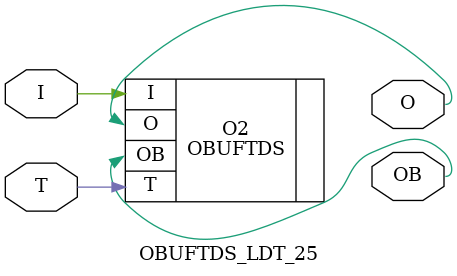
<source format=v>


`timescale  1 ps / 1 ps


module OBUFTDS_LDT_25 (O, OB, I, T);

    output O, OB;

    input  I, T;

	OBUFTDS #(.IOSTANDARD("LDT_25")) O2 (.O(O), .I(I), .OB(OB), .T(T));


endmodule



</source>
